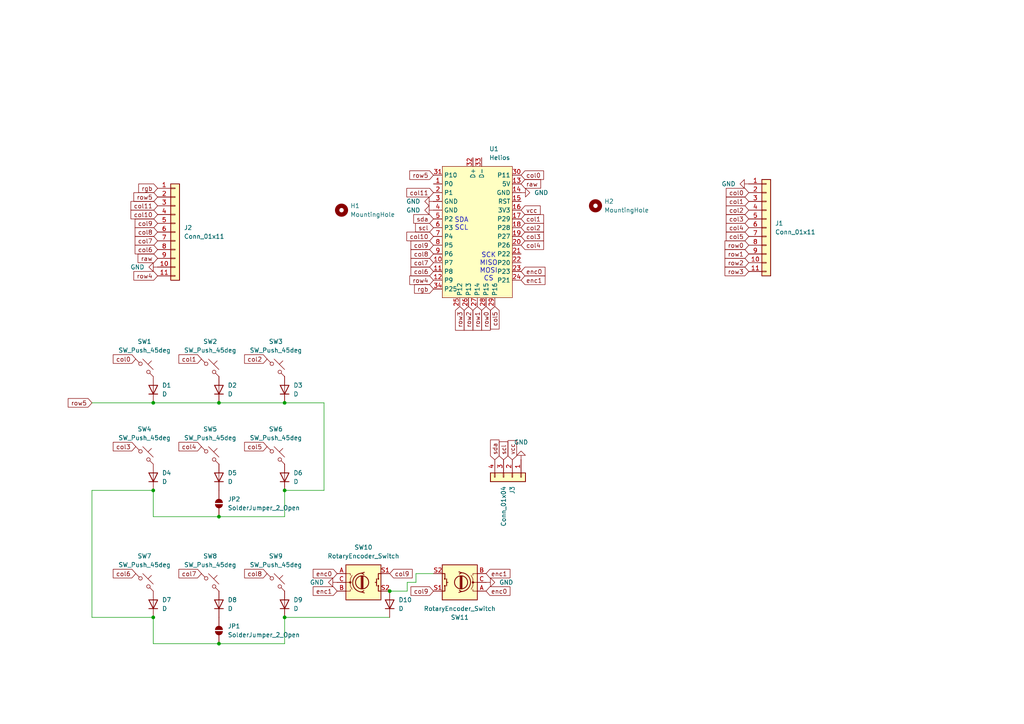
<source format=kicad_sch>
(kicad_sch (version 20231120) (generator "eeschema") (generator_version "8.0")
  (paper "A4")
  (lib_symbols
    (symbol "Connector_Generic:Conn_01x04" (pin_names (offset 1.016) hide)
      (property "Reference" "J" (at 0 5.08 0))
      (property "Value" "Conn_01x04" (at 0 -7.62 0))
      (symbol "Conn_01x04_1_1"
        (rectangle (start -1.27 -4.953) (end 0 -5.207) (stroke (width 0.1524)))
        (rectangle (start -1.27 -2.413) (end 0 -2.667) (stroke (width 0.1524)))
        (rectangle (start -1.27 0.127) (end 0 -0.127) (stroke (width 0.1524)))
        (rectangle (start -1.27 2.667) (end 0 2.413) (stroke (width 0.1524)))
        (rectangle (start -1.27 3.81) (end 1.27 -6.35) (stroke (width 0.254)) (fill (type background)))
        (pin passive line (at -5.08 2.54 0) (length 3.81) (name "Pin_1") (number "1"))
        (pin passive line (at -5.08 0 0) (length 3.81) (name "Pin_2") (number "2"))
        (pin passive line (at -5.08 -2.54 0) (length 3.81) (name "Pin_3") (number "3"))
        (pin passive line (at -5.08 -5.08 0) (length 3.81) (name "Pin_4") (number "4"))
      )
    )
    (symbol "Connector_Generic:Conn_01x11" (pin_names (offset 1.016) hide)
      (property "Reference" "J" (at 0 15.24 0))
      (property "Value" "Conn_01x11" (at 0 -15.24 0))
      (symbol "Conn_01x11_1_1"
        (rectangle (start -1.27 -12.573) (end 0 -12.827) (stroke (width 0.1524)))
        (rectangle (start -1.27 -10.033) (end 0 -10.287) (stroke (width 0.1524)))
        (rectangle (start -1.27 -7.493) (end 0 -7.747) (stroke (width 0.1524)))
        (rectangle (start -1.27 -4.953) (end 0 -5.207) (stroke (width 0.1524)))
        (rectangle (start -1.27 -2.413) (end 0 -2.667) (stroke (width 0.1524)))
        (rectangle (start -1.27 0.127) (end 0 -0.127) (stroke (width 0.1524)))
        (rectangle (start -1.27 2.667) (end 0 2.413) (stroke (width 0.1524)))
        (rectangle (start -1.27 5.207) (end 0 4.953) (stroke (width 0.1524)))
        (rectangle (start -1.27 7.747) (end 0 7.493) (stroke (width 0.1524)))
        (rectangle (start -1.27 10.287) (end 0 10.033) (stroke (width 0.1524)))
        (rectangle (start -1.27 12.827) (end 0 12.573) (stroke (width 0.1524)))
        (rectangle (start -1.27 13.97) (end 1.27 -13.97) (stroke (width 0.254)) (fill (type background)))
        (pin passive line (at -5.08 12.7 0) (length 3.81) (name "Pin_1") (number "1"))
        (pin passive line (at -5.08 -10.16 0) (length 3.81) (name "Pin_10") (number "10"))
        (pin passive line (at -5.08 -12.7 0) (length 3.81) (name "Pin_11") (number "11"))
        (pin passive line (at -5.08 10.16 0) (length 3.81) (name "Pin_2") (number "2"))
        (pin passive line (at -5.08 7.62 0) (length 3.81) (name "Pin_3") (number "3"))
        (pin passive line (at -5.08 5.08 0) (length 3.81) (name "Pin_4") (number "4"))
        (pin passive line (at -5.08 2.54 0) (length 3.81) (name "Pin_5") (number "5"))
        (pin passive line (at -5.08 0 0) (length 3.81) (name "Pin_6") (number "6"))
        (pin passive line (at -5.08 -2.54 0) (length 3.81) (name "Pin_7") (number "7"))
        (pin passive line (at -5.08 -5.08 0) (length 3.81) (name "Pin_8") (number "8"))
        (pin passive line (at -5.08 -7.62 0) (length 3.81) (name "Pin_9") (number "9"))
      )
    )
    (symbol "Device:D" (pin_numbers hide) (pin_names (offset 1.016) hide)
      (property "Reference" "D" (at 0 2.54 0))
      (property "Value" "D" (at 0 -2.54 0))
      (symbol "D_0_1"
        (polyline (pts (xy -1.27 1.27) (xy -1.27 -1.27)) (stroke (width 0.254)))
        (polyline (pts (xy 1.27 0) (xy -1.27 0)))
        (polyline (pts (xy 1.27 1.27) (xy 1.27 -1.27) (xy -1.27 0) (xy 1.27 1.27)) (stroke (width 0.254)))
      )
      (symbol "D_1_1"
        (pin passive line (at -3.81 0 0) (length 2.54) (name "K") (number "1"))
        (pin passive line (at 3.81 0 180) (length 2.54) (name "A") (number "2"))
      )
    )
    (symbol "Device:RotaryEncoder_Switch" (pin_names (offset 0.254) hide)
      (property "Reference" "SW" (at 0 6.604 0))
      (property "Value" "RotaryEncoder_Switch" (at 0 -6.604 0))
      (symbol "RotaryEncoder_Switch_0_1"
        (rectangle (start -5.08 5.08) (end 5.08 -5.08) (stroke (width 0.254)) (fill (type background)))
        (circle (center -3.81 0) (radius 0.254) (fill (type outline)))
        (circle (center -0.381 0) (radius 1.905) (stroke (width 0.254)))
        (arc (start -0.381 2.667) (mid -3.0988 -0.0635) (end -0.381 -2.794) (stroke (width 0.254)))
        (polyline (pts (xy -0.635 -1.778) (xy -0.635 1.778)) (stroke (width 0.254)))
        (polyline (pts (xy -0.381 -1.778) (xy -0.381 1.778)) (stroke (width 0.254)))
        (polyline (pts (xy -0.127 1.778) (xy -0.127 -1.778)) (stroke (width 0.254)))
        (polyline (pts (xy 3.81 0) (xy 3.429 0)) (stroke (width 0.254)))
        (polyline (pts (xy 3.81 1.016) (xy 3.81 -1.016)) (stroke (width 0.254)))
        (polyline (pts (xy -5.08 -2.54) (xy -3.81 -2.54) (xy -3.81 -2.032)))
        (polyline (pts (xy -5.08 2.54) (xy -3.81 2.54) (xy -3.81 2.032)))
        (polyline (pts (xy 0.254 -3.048) (xy -0.508 -2.794) (xy 0.127 -2.413)) (stroke (width 0.254)))
        (polyline (pts (xy 0.254 2.921) (xy -0.508 2.667) (xy 0.127 2.286)) (stroke (width 0.254)))
        (polyline (pts (xy 5.08 -2.54) (xy 4.318 -2.54) (xy 4.318 -1.016)) (stroke (width 0.254)))
        (polyline (pts (xy 5.08 2.54) (xy 4.318 2.54) (xy 4.318 1.016)) (stroke (width 0.254)))
        (polyline (pts (xy -5.08 0) (xy -3.81 0) (xy -3.81 -1.016) (xy -3.302 -2.032)))
        (polyline (pts (xy -4.318 0) (xy -3.81 0) (xy -3.81 1.016) (xy -3.302 2.032)))
        (circle (center 4.318 -1.016) (radius 0.127) (stroke (width 0.254)))
        (circle (center 4.318 1.016) (radius 0.127) (stroke (width 0.254)))
      )
      (symbol "RotaryEncoder_Switch_1_1"
        (pin passive line (at -7.62 2.54 0) (length 2.54) (name "A") (number "A"))
        (pin passive line (at -7.62 -2.54 0) (length 2.54) (name "B") (number "B"))
        (pin passive line (at -7.62 0 0) (length 2.54) (name "C") (number "C"))
        (pin passive line (at 7.62 2.54 180) (length 2.54) (name "S1") (number "S1"))
        (pin passive line (at 7.62 -2.54 180) (length 2.54) (name "S2") (number "S2"))
      )
    )
    (symbol "Jumper:SolderJumper_2_Open" (pin_numbers hide) (pin_names (offset 0) hide) (exclude_from_sim yes) (in_bom no)
      (property "Reference" "JP" (at 0 2.032 0))
      (property "Value" "SolderJumper_2_Open" (at 0 -2.54 0))
      (symbol "SolderJumper_2_Open_0_1"
        (arc (start -0.254 1.016) (mid -1.2656 0) (end -0.254 -1.016))
        (arc (start -0.254 1.016) (mid -1.2656 0) (end -0.254 -1.016) (fill (type outline)))
        (polyline (pts (xy -0.254 1.016) (xy -0.254 -1.016)))
        (polyline (pts (xy 0.254 1.016) (xy 0.254 -1.016)))
        (arc (start 0.254 -1.016) (mid 1.2656 0) (end 0.254 1.016))
        (arc (start 0.254 -1.016) (mid 1.2656 0) (end 0.254 1.016) (fill (type outline)))
      )
      (symbol "SolderJumper_2_Open_1_1"
        (pin passive line (at -3.81 0 0) (length 2.54) (name "A") (number "1"))
        (pin passive line (at 3.81 0 180) (length 2.54) (name "B") (number "2"))
      )
    )
    (symbol "Mechanical:MountingHole" (pin_names (offset 1.016)) (exclude_from_sim yes) (in_bom no)
      (property "Reference" "H" (at 0 5.08 0))
      (property "Value" "MountingHole" (at 0 3.175 0))
      (symbol "MountingHole_0_1"
        (circle (center 0 0) (radius 1.27) (stroke (width 1.27)))
      )
    )
    (symbol "PCM_marbastlib-promicroish:Helios" (in_bom no)
      (property "Reference" "U" (at -7.62 22.86 0))
      (property "Value" "Helios" (at -7.62 20.32 0))
      (symbol "Helios_0_0"
        (pin bidirectional line (at -12.7 13.97 0) (length 2.54) (name "P0") (number "1"))
        (pin bidirectional line (at -12.7 -8.89 0) (length 2.54) (name "P7") (number "10"))
        (pin bidirectional line (at -12.7 -11.43 0) (length 2.54) (name "P8") (number "11"))
        (pin bidirectional line (at -12.7 -13.97 0) (length 2.54) (name "P9") (number "12"))
        (pin power_out line (at 12.7 11.43 180) (length 2.54) (name "GND") (number "14"))
        (pin bidirectional line (at 12.7 8.89 180) (length 2.54) (name "RST") (number "15"))
        (pin bidirectional line (at 12.7 3.81 180) (length 2.54) (name "P29") (number "17"))
        (pin bidirectional line (at 12.7 1.27 180) (length 2.54) (name "P28") (number "18"))
        (pin bidirectional line (at 12.7 -1.27 180) (length 2.54) (name "P27") (number "19"))
        (pin bidirectional line (at -12.7 11.43 0) (length 2.54) (name "P1") (number "2"))
        (pin bidirectional line (at 12.7 -3.81 180) (length 2.54) (name "P26") (number "20"))
        (pin bidirectional line (at 12.7 -6.35 180) (length 2.54) (name "P22") (number "21"))
        (pin bidirectional line (at 12.7 -8.89 180) (length 2.54) (name "P20") (number "22"))
        (pin bidirectional line (at 12.7 -11.43 180) (length 2.54) (name "P23") (number "23"))
        (pin bidirectional line (at 12.7 -13.97 180) (length 2.54) (name "P21") (number "24"))
        (pin power_out line (at -12.7 8.89 0) (length 2.54) (name "GND") (number "3"))
        (pin power_out line (at -12.7 6.35 0) (length 2.54) (name "GND") (number "4"))
        (pin bidirectional line (at -12.7 3.81 0) (length 2.54) (name "P2") (number "5"))
        (pin bidirectional line (at -12.7 1.27 0) (length 2.54) (name "P3") (number "6"))
        (pin bidirectional line (at -12.7 -1.27 0) (length 2.54) (name "P4") (number "7"))
        (pin bidirectional line (at -12.7 -3.81 0) (length 2.54) (name "P5") (number "8"))
        (pin bidirectional line (at -12.7 -6.35 0) (length 2.54) (name "P6") (number "9"))
      )
      (symbol "Helios_1_0"
        (pin bidirectional line (at 12.7 13.97 180) (length 2.54) (name "5V") (number "13"))
        (pin power_out line (at 12.7 6.35 180) (length 2.54) (name "3V3") (number "16"))
        (pin bidirectional line (at -5.08 -21.59 90) (length 2.54) (name "P12") (number "25"))
        (pin bidirectional line (at -2.54 -21.59 90) (length 2.54) (name "P13") (number "26"))
        (pin bidirectional line (at 0 -21.59 90) (length 2.54) (name "P14") (number "27"))
        (pin bidirectional line (at 2.54 -21.59 90) (length 2.54) (name "P15") (number "28"))
        (pin bidirectional line (at 5.08 -21.59 90) (length 2.54) (name "P16") (number "29"))
        (pin power_in line (at 12.7 16.51 180) (length 2.54) (name "P11") (number "30"))
        (pin bidirectional line (at -12.7 16.51 0) (length 2.54) (name "P10") (number "31"))
        (pin bidirectional line (at -1.27 21.59 270) (length 2.54) (name "D+") (number "32"))
        (pin bidirectional line (at 1.27 21.59 270) (length 2.54) (name "D-") (number "33"))
        (pin bidirectional line (at -12.7 -16.51 0) (length 2.54) (name "P25") (number "34"))
      )
      (symbol "Helios_1_1"
        (rectangle (start -10.16 19.05) (end 10.16 -19.05) (fill (type background)))
      )
    )
    (symbol "Switch:SW_Push_45deg" (pin_numbers hide) (pin_names (offset 1.016) hide)
      (property "Reference" "SW" (at 3.048 1.016 0))
      (property "Value" "SW_Push_45deg" (at 0 -3.81 0))
      (symbol "SW_Push_45deg_0_1"
        (circle (center -1.1684 1.1684) (radius 0.508))
        (polyline (pts (xy -0.508 2.54) (xy 2.54 -0.508)))
        (polyline (pts (xy 1.016 1.016) (xy 2.032 2.032)))
        (polyline (pts (xy -2.54 2.54) (xy -1.524 1.524) (xy -1.524 1.524)))
        (polyline (pts (xy 1.524 -1.524) (xy 2.54 -2.54) (xy 2.54 -2.54) (xy 2.54 -2.54)))
        (circle (center 1.143 -1.1938) (radius 0.508))
        (pin passive line (at -2.54 2.54 0) (length 0) (name "1") (number "1"))
        (pin passive line (at 2.54 -2.54 180) (length 0) (name "2") (number "2"))
      )
    )
    (symbol "power:GND" (power) (pin_numbers hide) (pin_names (offset 0) hide)
      (property "Value" "GND" (at 0 -3.81 0))
      (symbol "GND_0_1"
        (polyline (pts (xy 0 0) (xy 0 -1.27) (xy 1.27 -1.27) (xy 0 -2.54) (xy -1.27 -1.27) (xy 0 -1.27)))
      )
      (symbol "GND_1_1"
        (pin power_in line (at 0 0 270) (length 0) (name "~") (number "1"))
      )
    )
  )
  (junction (at 63.5 149.86))
  (junction (at 82.55 116.84))
  (junction (at 113.03 171.45))
  (junction (at 44.45 142.24))
  (junction (at 63.5 186.69))
  (junction (at 63.5 116.84))
  (junction (at 82.55 142.24))
  (junction (at 44.45 116.84))
  (junction (at 82.55 179.07))
  (junction (at 44.45 179.07))
  (wire (pts (xy 63.5 116.84) (xy 82.55 116.84)))
  (wire (pts (xy 125.73 166.37) (xy 120.65 166.37)))
  (wire (pts (xy 26.67 179.07) (xy 44.45 179.07)))
  (wire (pts (xy 44.45 186.69) (xy 63.5 186.69)))
  (wire (pts (xy 26.67 116.84) (xy 44.45 116.84)))
  (wire (pts (xy 120.65 168.91) (xy 118.11 168.91)))
  (wire (pts (xy 26.67 142.24) (xy 26.67 179.07)))
  (wire (pts (xy 93.98 142.24) (xy 82.55 142.24)))
  (wire (pts (xy 82.55 179.07) (xy 113.03 179.07)))
  (wire (pts (xy 44.45 149.86) (xy 63.5 149.86)))
  (wire (pts (xy 44.45 116.84) (xy 63.5 116.84)))
  (wire (pts (xy 44.45 142.24) (xy 26.67 142.24)))
  (wire (pts (xy 82.55 116.84) (xy 93.98 116.84)))
  (wire (pts (xy 82.55 149.86) (xy 63.5 149.86)))
  (wire (pts (xy 63.5 186.69) (xy 82.55 186.69)))
  (wire (pts (xy 44.45 142.24) (xy 44.45 149.86)))
  (wire (pts (xy 82.55 142.24) (xy 82.55 149.86)))
  (wire (pts (xy 120.65 166.37) (xy 120.65 168.91)))
  (wire (pts (xy 93.98 116.84) (xy 93.98 142.24)))
  (wire (pts (xy 118.11 171.45) (xy 113.03 171.45)))
  (wire (pts (xy 118.11 168.91) (xy 118.11 171.45)))
  (wire (pts (xy 44.45 179.07) (xy 44.45 186.69)))
  (wire (pts (xy 82.55 186.69) (xy 82.55 179.07)))
  (text "SDA\nSCL" (at 133.858 65.024 0) (effects (font (size 1.397 1.397))))
  (text "SCK\nMISO\nMOSI\nCS" (at 141.732 77.47 0) (effects (font (size 1.397 1.397))))
  (global_label "col11" (shape input) (at 125.73 55.88 180) (property "Intersheetrefs" "${INTERSHEET_REFS}" (effects (hide yes))))
  (global_label "col1" (shape input) (at 58.42 104.14 180) (property "Intersheetrefs" "${INTERSHEET_REFS}" (effects (hide yes))))
  (global_label "scl" (shape input) (at 146.05 133.35 90) (property "Intersheetrefs" "${INTERSHEET_REFS}" (effects (hide yes))))
  (global_label "col1" (shape input) (at 151.13 63.5 0) (property "Intersheetrefs" "${INTERSHEET_REFS}" (effects (hide yes))))
  (global_label "col9" (shape input) (at 125.73 71.12 180) (property "Intersheetrefs" "${INTERSHEET_REFS}" (effects (hide yes))))
  (global_label "row2" (shape input) (at 135.89 88.9 270) (property "Intersheetrefs" "${INTERSHEET_REFS}" (effects (hide yes))))
  (global_label "col8" (shape input) (at 77.47 166.37 180) (property "Intersheetrefs" "${INTERSHEET_REFS}" (effects (hide yes))))
  (global_label "row5" (shape input) (at 26.67 116.84 180) (property "Intersheetrefs" "${INTERSHEET_REFS}" (effects (hide yes))))
  (global_label "col2" (shape input) (at 151.13 66.04 0) (property "Intersheetrefs" "${INTERSHEET_REFS}" (effects (hide yes))))
  (global_label "enc1" (shape input) (at 140.97 166.37 0) (property "Intersheetrefs" "${INTERSHEET_REFS}" (effects (hide yes))))
  (global_label "col5" (shape input) (at 77.47 129.54 180) (property "Intersheetrefs" "${INTERSHEET_REFS}" (effects (hide yes))))
  (global_label "enc0" (shape input) (at 151.13 78.74 0) (property "Intersheetrefs" "${INTERSHEET_REFS}" (effects (hide yes))))
  (global_label "col9" (shape input) (at 125.73 171.45 180) (property "Intersheetrefs" "${INTERSHEET_REFS}" (effects (hide yes))))
  (global_label "col1" (shape input) (at 217.17 58.42 180) (property "Intersheetrefs" "${INTERSHEET_REFS}" (effects (hide yes))))
  (global_label "sda" (shape input) (at 143.51 133.35 90) (property "Intersheetrefs" "${INTERSHEET_REFS}" (effects (hide yes))))
  (global_label "col5" (shape input) (at 143.51 88.9 270) (property "Intersheetrefs" "${INTERSHEET_REFS}" (effects (hide yes))))
  (global_label "col3" (shape input) (at 151.13 68.58 0) (property "Intersheetrefs" "${INTERSHEET_REFS}" (effects (hide yes))))
  (global_label "row1" (shape input) (at 217.17 73.66 180) (property "Intersheetrefs" "${INTERSHEET_REFS}" (effects (hide yes))))
  (global_label "col10" (shape input) (at 45.72 62.23 180) (property "Intersheetrefs" "${INTERSHEET_REFS}" (effects (hide yes))))
  (global_label "row0" (shape input) (at 140.97 88.9 270) (property "Intersheetrefs" "${INTERSHEET_REFS}" (effects (hide yes))))
  (global_label "row5" (shape input) (at 45.72 57.15 180) (property "Intersheetrefs" "${INTERSHEET_REFS}" (effects (hide yes))))
  (global_label "col7" (shape input) (at 125.73 76.2 180) (property "Intersheetrefs" "${INTERSHEET_REFS}" (effects (hide yes))))
  (global_label "col2" (shape input) (at 77.47 104.14 180) (property "Intersheetrefs" "${INTERSHEET_REFS}" (effects (hide yes))))
  (global_label "col6" (shape input) (at 125.73 78.74 180) (property "Intersheetrefs" "${INTERSHEET_REFS}" (effects (hide yes))))
  (global_label "col10" (shape input) (at 125.73 68.58 180) (property "Intersheetrefs" "${INTERSHEET_REFS}" (effects (hide yes))))
  (global_label "col6" (shape input) (at 45.72 72.39 180) (property "Intersheetrefs" "${INTERSHEET_REFS}" (effects (hide yes))))
  (global_label "col4" (shape input) (at 58.42 129.54 180) (property "Intersheetrefs" "${INTERSHEET_REFS}" (effects (hide yes))))
  (global_label "col0" (shape input) (at 39.37 104.14 180) (property "Intersheetrefs" "${INTERSHEET_REFS}" (effects (hide yes))))
  (global_label "row3" (shape input) (at 217.17 78.74 180) (property "Intersheetrefs" "${INTERSHEET_REFS}" (effects (hide yes))))
  (global_label "col4" (shape input) (at 151.13 71.12 0) (property "Intersheetrefs" "${INTERSHEET_REFS}" (effects (hide yes))))
  (global_label "rgb" (shape input) (at 125.73 83.82 180) (property "Intersheetrefs" "${INTERSHEET_REFS}" (effects (hide yes))))
  (global_label "col9" (shape input) (at 45.72 64.77 180) (property "Intersheetrefs" "${INTERSHEET_REFS}" (effects (hide yes))))
  (global_label "col6" (shape input) (at 39.37 166.37 180) (property "Intersheetrefs" "${INTERSHEET_REFS}" (effects (hide yes))))
  (global_label "col11" (shape input) (at 45.72 59.69 180) (property "Intersheetrefs" "${INTERSHEET_REFS}" (effects (hide yes))))
  (global_label "rgb" (shape input) (at 45.72 54.61 180) (property "Intersheetrefs" "${INTERSHEET_REFS}" (effects (hide yes))))
  (global_label "vcc" (shape input) (at 148.59 133.35 90) (property "Intersheetrefs" "${INTERSHEET_REFS}" (effects (hide yes))))
  (global_label "raw" (shape input) (at 45.72 74.93 180) (property "Intersheetrefs" "${INTERSHEET_REFS}" (effects (hide yes))))
  (global_label "col9" (shape input) (at 113.03 166.37 0) (property "Intersheetrefs" "${INTERSHEET_REFS}" (effects (hide yes))))
  (global_label "row3" (shape input) (at 133.35 88.9 270) (property "Intersheetrefs" "${INTERSHEET_REFS}" (effects (hide yes))))
  (global_label "col4" (shape input) (at 217.17 66.04 180) (property "Intersheetrefs" "${INTERSHEET_REFS}" (effects (hide yes))))
  (global_label "enc1" (shape input) (at 97.79 171.45 180) (property "Intersheetrefs" "${INTERSHEET_REFS}" (effects (hide yes))))
  (global_label "col8" (shape input) (at 125.73 73.66 180) (property "Intersheetrefs" "${INTERSHEET_REFS}" (effects (hide yes))))
  (global_label "row0" (shape input) (at 217.17 71.12 180) (property "Intersheetrefs" "${INTERSHEET_REFS}" (effects (hide yes))))
  (global_label "col0" (shape input) (at 151.13 50.8 0) (property "Intersheetrefs" "${INTERSHEET_REFS}" (effects (hide yes))))
  (global_label "col7" (shape input) (at 58.42 166.37 180) (property "Intersheetrefs" "${INTERSHEET_REFS}" (effects (hide yes))))
  (global_label "col7" (shape input) (at 45.72 69.85 180) (property "Intersheetrefs" "${INTERSHEET_REFS}" (effects (hide yes))))
  (global_label "col3" (shape input) (at 39.37 129.54 180) (property "Intersheetrefs" "${INTERSHEET_REFS}" (effects (hide yes))))
  (global_label "sda" (shape input) (at 125.73 63.5 180) (property "Intersheetrefs" "${INTERSHEET_REFS}" (effects (hide yes))))
  (global_label "raw" (shape input) (at 151.13 53.34 0) (property "Intersheetrefs" "${INTERSHEET_REFS}" (effects (hide yes))))
  (global_label "scl" (shape input) (at 125.73 66.04 180) (property "Intersheetrefs" "${INTERSHEET_REFS}" (effects (hide yes))))
  (global_label "vcc" (shape input) (at 151.13 60.96 0) (property "Intersheetrefs" "${INTERSHEET_REFS}" (effects (hide yes))))
  (global_label "col5" (shape input) (at 217.17 68.58 180) (property "Intersheetrefs" "${INTERSHEET_REFS}" (effects (hide yes))))
  (global_label "col2" (shape input) (at 217.17 60.96 180) (property "Intersheetrefs" "${INTERSHEET_REFS}" (effects (hide yes))))
  (global_label "enc0" (shape input) (at 97.79 166.37 180) (property "Intersheetrefs" "${INTERSHEET_REFS}" (effects (hide yes))))
  (global_label "row4" (shape input) (at 125.73 81.28 180) (property "Intersheetrefs" "${INTERSHEET_REFS}" (effects (hide yes))))
  (global_label "enc1" (shape input) (at 151.13 81.28 0) (property "Intersheetrefs" "${INTERSHEET_REFS}" (effects (hide yes))))
  (global_label "row1" (shape input) (at 138.43 88.9 270) (property "Intersheetrefs" "${INTERSHEET_REFS}" (effects (hide yes))))
  (global_label "col8" (shape input) (at 45.72 67.31 180) (property "Intersheetrefs" "${INTERSHEET_REFS}" (effects (hide yes))))
  (global_label "row5" (shape input) (at 125.73 50.8 180) (property "Intersheetrefs" "${INTERSHEET_REFS}" (effects (hide yes))))
  (global_label "row4" (shape input) (at 45.72 80.01 180) (property "Intersheetrefs" "${INTERSHEET_REFS}" (effects (hide yes))))
  (global_label "col0" (shape input) (at 217.17 55.88 180) (property "Intersheetrefs" "${INTERSHEET_REFS}" (effects (hide yes))))
  (global_label "col3" (shape input) (at 217.17 63.5 180) (property "Intersheetrefs" "${INTERSHEET_REFS}" (effects (hide yes))))
  (global_label "enc0" (shape input) (at 140.97 171.45 0) (property "Intersheetrefs" "${INTERSHEET_REFS}" (effects (hide yes))))
  (global_label "row2" (shape input) (at 217.17 76.2 180) (property "Intersheetrefs" "${INTERSHEET_REFS}" (effects (hide yes))))
  (symbol (lib_id "Device:D") (at 113.03 175.26 90) (unit 1)
    (property "Reference" "D10" (at 115.57 173.9899 90) (effects (justify right)))
    (property "Value" "D" (at 115.57 176.5299 90) (effects (justify right)))
    (property "Footprint" "Diode_SMD:D_SOD-123" (effects (hide yes)))
    (property "Description" "Diode" (effects (hide yes)))
    (property "Sim.Device" "D" (effects (hide yes)))
    (property "Sim.Pins" "1=K 2=A" (effects (hide yes)))
  )
  (symbol (lib_id "Jumper:SolderJumper_2_Open") (at 63.5 182.88 270) (unit 1) (exclude_from_sim yes) (in_bom no)
    (property "Reference" "JP1" (at 66.04 181.6099 90) (effects (justify left)))
    (property "Value" "SolderJumper_2_Open" (at 66.04 184.1499 90) (effects (justify left)))
    (property "Footprint" "Jumper:SolderJumper-2_P1.3mm_Open_RoundedPad1.0x1.5mm" (effects (hide yes)))
    (property "Description" "Solder Jumper, 2-pole, open" (effects (hide yes)))
  )
  (symbol (lib_id "power:GND") (at 151.13 55.88 90) (unit 1)
    (property "Reference" "#PWR02" (effects (hide yes)))
    (property "Value" "GND" (at 154.94 55.8799 90) (effects (justify right)))
    (property "Description" "Power symbol creates a global label with name \"GND\" , ground" (effects (hide yes)))
  )
  (symbol (lib_id "Device:D") (at 63.5 138.43 90) (unit 1)
    (property "Reference" "D5" (at 66.04 137.1599 90) (effects (justify right)))
    (property "Value" "D" (at 66.04 139.6999 90) (effects (justify right)))
    (property "Footprint" "Diode_SMD:D_SOD-123" (effects (hide yes)))
    (property "Description" "Diode" (effects (hide yes)))
    (property "Sim.Device" "D" (effects (hide yes)))
    (property "Sim.Pins" "1=K 2=A" (effects (hide yes)))
  )
  (symbol (lib_id "Switch:SW_Push_45deg") (at 60.96 168.91 0) (unit 1)
    (property "Reference" "SW8" (at 60.96 161.29 0))
    (property "Value" "SW_Push_45deg" (at 60.96 163.83 0))
    (property "Footprint" "PCM_marbastlib-mx:SW_MX_1u" (effects (hide yes)))
    (property "Description" "Push button switch, normally open, two pins, 45° tilted" (effects (hide yes)))
  )
  (symbol (lib_id "Connector_Generic:Conn_01x11") (at 50.8 67.31 0) (unit 1)
    (property "Reference" "J2" (at 53.34 66.0399 0) (effects (justify left)))
    (property "Value" "Conn_01x11" (at 53.34 68.5799 0) (effects (justify left)))
    (property "Footprint" "Connector_PinHeader_2.54mm:PinHeader_1x11_P2.54mm_Vertical" (effects (hide yes)))
    (property "Description" "Generic connector, single row, 01x11, script generated (kicad-library-utils/schlib/autogen/connector/)" (effects (hide yes)))
  )
  (symbol (lib_id "Device:D") (at 82.55 138.43 90) (unit 1)
    (property "Reference" "D6" (at 85.09 137.1599 90) (effects (justify right)))
    (property "Value" "D" (at 85.09 139.6999 90) (effects (justify right)))
    (property "Footprint" "Diode_SMD:D_SOD-123" (effects (hide yes)))
    (property "Description" "Diode" (effects (hide yes)))
    (property "Sim.Device" "D" (effects (hide yes)))
    (property "Sim.Pins" "1=K 2=A" (effects (hide yes)))
  )
  (symbol (lib_id "Device:D") (at 44.45 138.43 90) (unit 1)
    (property "Reference" "D4" (at 46.99 137.1599 90) (effects (justify right)))
    (property "Value" "D" (at 46.99 139.6999 90) (effects (justify right)))
    (property "Footprint" "Diode_SMD:D_SOD-123" (effects (hide yes)))
    (property "Description" "Diode" (effects (hide yes)))
    (property "Sim.Device" "D" (effects (hide yes)))
    (property "Sim.Pins" "1=K 2=A" (effects (hide yes)))
  )
  (symbol (lib_id "power:GND") (at 125.73 60.96 270) (unit 1)
    (property "Reference" "#PWR04" (effects (hide yes)))
    (property "Value" "GND" (at 121.92 60.9599 90) (effects (justify right)))
    (property "Description" "Power symbol creates a global label with name \"GND\" , ground" (effects (hide yes)))
  )
  (symbol (lib_id "Device:D") (at 82.55 175.26 90) (unit 1)
    (property "Reference" "D9" (at 85.09 173.9899 90) (effects (justify right)))
    (property "Value" "D" (at 85.09 176.5299 90) (effects (justify right)))
    (property "Footprint" "Diode_SMD:D_SOD-123" (effects (hide yes)))
    (property "Description" "Diode" (effects (hide yes)))
    (property "Sim.Device" "D" (effects (hide yes)))
    (property "Sim.Pins" "1=K 2=A" (effects (hide yes)))
  )
  (symbol (lib_id "Device:D") (at 63.5 113.03 90) (unit 1)
    (property "Reference" "D2" (at 66.04 111.7599 90) (effects (justify right)))
    (property "Value" "D" (at 66.04 114.2999 90) (effects (justify right)))
    (property "Footprint" "Diode_SMD:D_SOD-123" (effects (hide yes)))
    (property "Description" "Diode" (effects (hide yes)))
    (property "Sim.Device" "D" (effects (hide yes)))
    (property "Sim.Pins" "1=K 2=A" (effects (hide yes)))
  )
  (symbol (lib_id "power:GND") (at 140.97 168.91 90) (unit 1)
    (property "Reference" "#PWR08" (effects (hide yes)))
    (property "Value" "GND" (at 144.78 168.9101 90) (effects (justify right)))
    (property "Description" "Power symbol creates a global label with name \"GND\" , ground" (effects (hide yes)))
  )
  (symbol (lib_id "Device:D") (at 63.5 175.26 90) (unit 1)
    (property "Reference" "D8" (at 66.04 173.9899 90) (effects (justify right)))
    (property "Value" "D" (at 66.04 176.5299 90) (effects (justify right)))
    (property "Footprint" "Diode_SMD:D_SOD-123" (effects (hide yes)))
    (property "Description" "Diode" (effects (hide yes)))
    (property "Sim.Device" "D" (effects (hide yes)))
    (property "Sim.Pins" "1=K 2=A" (effects (hide yes)))
  )
  (symbol (lib_id "Jumper:SolderJumper_2_Open") (at 63.5 146.05 270) (unit 1) (exclude_from_sim yes) (in_bom no)
    (property "Reference" "JP2" (at 66.04 144.7799 90) (effects (justify left)))
    (property "Value" "SolderJumper_2_Open" (at 66.04 147.3199 90) (effects (justify left)))
    (property "Footprint" "Jumper:SolderJumper-2_P1.3mm_Open_RoundedPad1.0x1.5mm" (effects (hide yes)))
    (property "Description" "Solder Jumper, 2-pole, open" (effects (hide yes)))
  )
  (symbol (lib_id "Mechanical:MountingHole") (at 99.06 60.96 0) (unit 1) (exclude_from_sim yes) (in_bom no)
    (property "Reference" "H1" (at 101.6 59.6899 0) (effects (justify left)))
    (property "Value" "MountingHole" (at 101.6 62.2299 0) (effects (justify left)))
    (property "Footprint" "MountingHole:MountingHole_3.2mm_M3_DIN965_Pad" (effects (hide yes)))
    (property "Description" "Mounting Hole without connection" (effects (hide yes)))
  )
  (symbol (lib_id "Device:RotaryEncoder_Switch") (at 133.35 168.91 180) (unit 1)
    (property "Reference" "SW11" (at 133.35 179.07 0))
    (property "Value" "RotaryEncoder_Switch" (at 133.35 176.53 0))
    (property "Footprint" "PCM_marbastlib-various:ROT_Alps_EC11E-Switch" (effects (hide yes)))
    (property "Description" "Rotary encoder, dual channel, incremental quadrate outputs, with switch" (effects (hide yes)))
  )
  (symbol (lib_id "Device:D") (at 82.55 113.03 90) (unit 1)
    (property "Reference" "D3" (at 85.09 111.7599 90) (effects (justify right)))
    (property "Value" "D" (at 85.09 114.2999 90) (effects (justify right)))
    (property "Footprint" "Diode_SMD:D_SOD-123" (effects (hide yes)))
    (property "Description" "Diode" (effects (hide yes)))
    (property "Sim.Device" "D" (effects (hide yes)))
    (property "Sim.Pins" "1=K 2=A" (effects (hide yes)))
  )
  (symbol (lib_id "Switch:SW_Push_45deg") (at 60.96 132.08 0) (unit 1)
    (property "Reference" "SW5" (at 60.96 124.46 0))
    (property "Value" "SW_Push_45deg" (at 60.96 127 0))
    (property "Footprint" "PCM_marbastlib-mx:SW_MX_1u" (effects (hide yes)))
    (property "Description" "Push button switch, normally open, two pins, 45° tilted" (effects (hide yes)))
  )
  (symbol (lib_id "PCM_marbastlib-promicroish:Helios") (at 138.43 67.31 0) (unit 1) (in_bom no)
    (property "Reference" "U1" (at 141.8941 43.18 0) (effects (justify left)))
    (property "Value" "Helios" (at 141.8941 45.72 0) (effects (justify left)))
    (property "Footprint" "PCM_marbastlib-xp-promicroish:Helios_AH_USBup" (effects (hide yes)))
    (property "Datasheet" "https://github.com/0xCB-dev/0xCB-Helios" (effects (hide yes)))
    (property "Description" "Symbol for an 0xCB Helios" (effects (hide yes)))
  )
  (symbol (lib_id "Switch:SW_Push_45deg") (at 41.91 106.68 0) (unit 1)
    (property "Reference" "SW1" (at 41.91 99.06 0))
    (property "Value" "SW_Push_45deg" (at 41.91 101.6 0))
    (property "Footprint" "PCM_marbastlib-mx:SW_MX_1u" (effects (hide yes)))
    (property "Description" "Push button switch, normally open, two pins, 45° tilted" (effects (hide yes)))
  )
  (symbol (lib_id "power:GND") (at 151.13 133.35 180) (unit 1)
    (property "Reference" "#PWR06" (effects (hide yes)))
    (property "Value" "GND" (at 151.13 128.27 0))
    (property "Description" "Power symbol creates a global label with name \"GND\" , ground" (effects (hide yes)))
  )
  (symbol (lib_id "power:GND") (at 217.17 53.34 270) (unit 1)
    (property "Reference" "#PWR05" (effects (hide yes)))
    (property "Value" "GND" (at 213.36 53.3399 90) (effects (justify right)))
    (property "Description" "Power symbol creates a global label with name \"GND\" , ground" (effects (hide yes)))
  )
  (symbol (lib_id "power:GND") (at 125.73 58.42 270) (unit 1)
    (property "Reference" "#PWR03" (effects (hide yes)))
    (property "Value" "GND" (at 121.92 58.4199 90) (effects (justify right)))
    (property "Description" "Power symbol creates a global label with name \"GND\" , ground" (effects (hide yes)))
  )
  (symbol (lib_id "power:GND") (at 97.79 168.91 270) (unit 1)
    (property "Reference" "#PWR07" (effects (hide yes)))
    (property "Value" "GND" (at 93.98 168.9099 90) (effects (justify right)))
    (property "Description" "Power symbol creates a global label with name \"GND\" , ground" (effects (hide yes)))
  )
  (symbol (lib_id "power:GND") (at 45.72 77.47 270) (unit 1)
    (property "Reference" "#PWR01" (effects (hide yes)))
    (property "Value" "GND" (at 41.91 77.4699 90) (effects (justify right)))
    (property "Description" "Power symbol creates a global label with name \"GND\" , ground" (effects (hide yes)))
  )
  (symbol (lib_id "Switch:SW_Push_45deg") (at 80.01 106.68 0) (unit 1)
    (property "Reference" "SW3" (at 80.01 99.06 0))
    (property "Value" "SW_Push_45deg" (at 80.01 101.6 0))
    (property "Footprint" "PCM_marbastlib-mx:SW_MX_1u" (effects (hide yes)))
    (property "Description" "Push button switch, normally open, two pins, 45° tilted" (effects (hide yes)))
  )
  (symbol (lib_id "Switch:SW_Push_45deg") (at 60.96 106.68 0) (unit 1)
    (property "Reference" "SW2" (at 60.96 99.06 0))
    (property "Value" "SW_Push_45deg" (at 60.96 101.6 0))
    (property "Footprint" "PCM_marbastlib-mx:SW_MX_1u" (effects (hide yes)))
    (property "Description" "Push button switch, normally open, two pins, 45° tilted" (effects (hide yes)))
  )
  (symbol (lib_id "Device:RotaryEncoder_Switch") (at 105.41 168.91 0) (unit 1)
    (property "Reference" "SW10" (at 105.41 158.75 0))
    (property "Value" "RotaryEncoder_Switch" (at 105.41 161.29 0))
    (property "Footprint" "PCM_marbastlib-various:ROT_Alps_EC11E-Switch" (effects (hide yes)))
    (property "Description" "Rotary encoder, dual channel, incremental quadrate outputs, with switch" (effects (hide yes)))
  )
  (symbol (lib_id "Device:D") (at 44.45 175.26 90) (unit 1)
    (property "Reference" "D7" (at 46.99 173.9899 90) (effects (justify right)))
    (property "Value" "D" (at 46.99 176.5299 90) (effects (justify right)))
    (property "Footprint" "Diode_SMD:D_SOD-123" (effects (hide yes)))
    (property "Description" "Diode" (effects (hide yes)))
    (property "Sim.Device" "D" (effects (hide yes)))
    (property "Sim.Pins" "1=K 2=A" (effects (hide yes)))
  )
  (symbol (lib_id "Device:D") (at 44.45 113.03 90) (unit 1)
    (property "Reference" "D1" (at 46.99 111.7599 90) (effects (justify right)))
    (property "Value" "D" (at 46.99 114.2999 90) (effects (justify right)))
    (property "Footprint" "Diode_SMD:D_SOD-123" (effects (hide yes)))
    (property "Description" "Diode" (effects (hide yes)))
    (property "Sim.Device" "D" (effects (hide yes)))
    (property "Sim.Pins" "1=K 2=A" (effects (hide yes)))
  )
  (symbol (lib_id "Switch:SW_Push_45deg") (at 80.01 132.08 0) (unit 1)
    (property "Reference" "SW6" (at 80.01 124.46 0))
    (property "Value" "SW_Push_45deg" (at 80.01 127 0))
    (property "Footprint" "PCM_marbastlib-mx:SW_MX_1u" (effects (hide yes)))
    (property "Description" "Push button switch, normally open, two pins, 45° tilted" (effects (hide yes)))
  )
  (symbol (lib_id "Mechanical:MountingHole") (at 172.72 59.69 0) (unit 1) (exclude_from_sim yes) (in_bom no)
    (property "Reference" "H2" (at 175.26 58.4199 0) (effects (justify left)))
    (property "Value" "MountingHole" (at 175.26 60.9599 0) (effects (justify left)))
    (property "Footprint" "MountingHole:MountingHole_3.2mm_M3_DIN965_Pad" (effects (hide yes)))
    (property "Description" "Mounting Hole without connection" (effects (hide yes)))
  )
  (symbol (lib_id "Connector_Generic:Conn_01x11") (at 222.25 66.04 0) (unit 1)
    (property "Reference" "J1" (at 224.79 64.7699 0) (effects (justify left)))
    (property "Value" "Conn_01x11" (at 224.79 67.3099 0) (effects (justify left)))
    (property "Footprint" "Connector_PinHeader_2.54mm:PinHeader_1x11_P2.54mm_Vertical" (effects (hide yes)))
    (property "Description" "Generic connector, single row, 01x11, script generated (kicad-library-utils/schlib/autogen/connector/)" (effects (hide yes)))
  )
  (symbol (lib_id "Switch:SW_Push_45deg") (at 41.91 168.91 0) (unit 1)
    (property "Reference" "SW7" (at 41.91 161.29 0))
    (property "Value" "SW_Push_45deg" (at 41.91 163.83 0))
    (property "Footprint" "PCM_marbastlib-mx:SW_MX_1u" (effects (hide yes)))
    (property "Description" "Push button switch, normally open, two pins, 45° tilted" (effects (hide yes)))
  )
  (symbol (lib_id "Switch:SW_Push_45deg") (at 41.91 132.08 0) (unit 1)
    (property "Reference" "SW4" (at 41.91 124.46 0))
    (property "Value" "SW_Push_45deg" (at 41.91 127 0))
    (property "Footprint" "PCM_marbastlib-mx:SW_MX_1u" (effects (hide yes)))
    (property "Description" "Push button switch, normally open, two pins, 45° tilted" (effects (hide yes)))
  )
  (symbol (lib_id "Connector_Generic:Conn_01x04") (at 148.59 138.43 270) (unit 1)
    (property "Reference" "J3" (at 148.5901 140.97 0) (effects (justify left)))
    (property "Value" "Conn_01x04" (at 146.0501 140.97 0) (effects (justify left)))
    (property "Footprint" "Connector_PinHeader_2.54mm:PinHeader_1x04_P2.54mm_Vertical" (effects (hide yes)))
    (property "Description" "Generic connector, single row, 01x04, script generated (kicad-library-utils/schlib/autogen/connector/)" (effects (hide yes)))
  )
  (symbol (lib_id "Switch:SW_Push_45deg") (at 80.01 168.91 0) (unit 1)
    (property "Reference" "SW9" (at 80.01 161.29 0))
    (property "Value" "SW_Push_45deg" (at 80.01 163.83 0))
    (property "Footprint" "PCM_marbastlib-mx:SW_MX_1u" (effects (hide yes)))
    (property "Description" "Push button switch, normally open, two pins, 45° tilted" (effects (hide yes)))
  )
)
</source>
